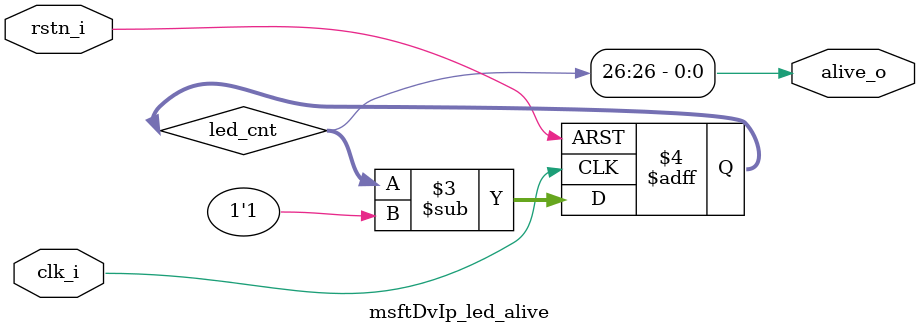
<source format=sv>




module msftDvIp_led_alive (
  input   clk_i,
  input   rstn_i,

  output alive_o

);



reg [31:0] led_cnt;

assign alive_o = led_cnt[26];

always @(posedge clk_i or negedge rstn_i)
begin
  if(~rstn_i) begin
    led_cnt <= 32'h0000_0000;
  end else begin
    led_cnt <= led_cnt - 1'b1;
  end
end



endmodule


</source>
